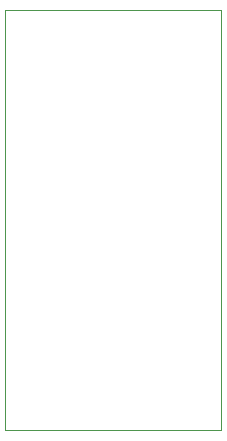
<source format=gbo>
G75*
G70*
%OFA0B0*%
%FSLAX24Y24*%
%IPPOS*%
%LPD*%
%AMOC8*
5,1,8,0,0,1.08239X$1,22.5*
%
%ADD10C,0.0000*%
D10*
X000180Y000180D02*
X000180Y014180D01*
X007380Y014180D01*
X007380Y000180D01*
X000180Y000180D01*
M02*

</source>
